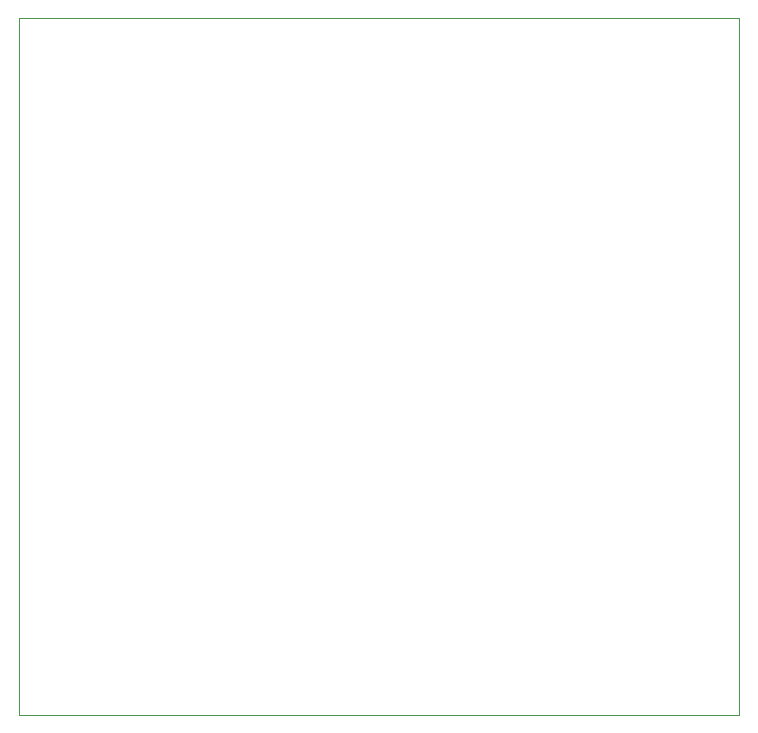
<source format=gbr>
G04 #@! TF.FileFunction,Profile,NP*
%FSLAX46Y46*%
G04 Gerber Fmt 4.6, Leading zero omitted, Abs format (unit mm)*
G04 Created by KiCad (PCBNEW (2015-05-11 BZR 5650)-product) date sön 19 jul 2015 04:52:52*
%MOMM*%
G01*
G04 APERTURE LIST*
%ADD10C,0.200000*%
%ADD11C,0.100000*%
G04 APERTURE END LIST*
D10*
D11*
X87000000Y-78000000D02*
X87000000Y-137000000D01*
X148000000Y-78000000D02*
X87000000Y-78000000D01*
X148000000Y-137000000D02*
X148000000Y-78000000D01*
X87000000Y-137000000D02*
X148000000Y-137000000D01*
M02*

</source>
